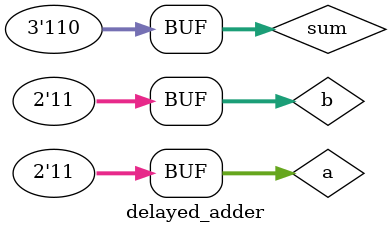
<source format=v>
module delayed_adder;
reg [1:0] a,b;
wire [2:0] sum;

assign #5 sum = a + b;

initial begin
$monitor("Time=%0t a=%b(%0d) b=%b(%0d) sum=%b(%0d)",$time,a,a,b,b,sum,sum);
a=2'b00; b=2'b00;#3;
a=2'b01; b=2'b01;#2;
a=2'b10; b=2'b01;#6;
a=2'b11; b=2'b11;#4;
end
endmodule



</source>
